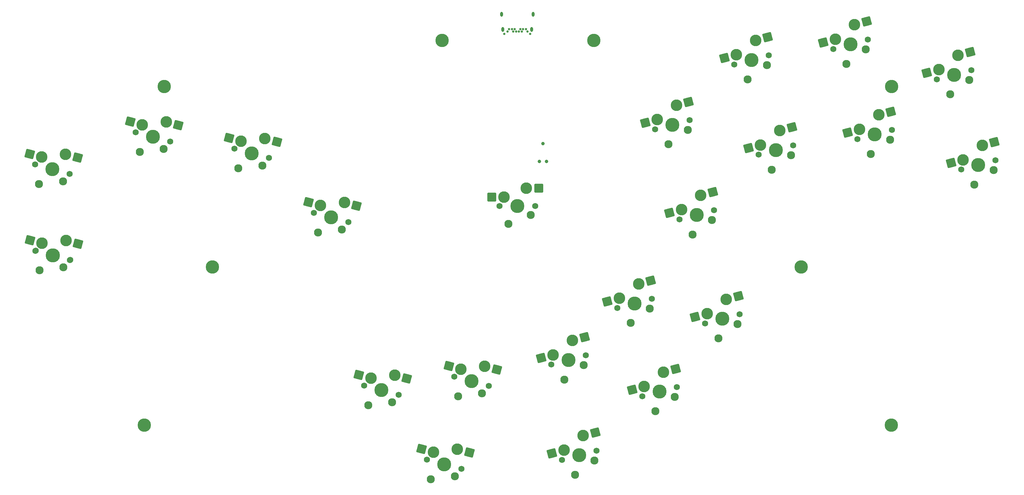
<source format=gbs>
G04 #@! TF.GenerationSoftware,KiCad,Pcbnew,(7.0.0)*
G04 #@! TF.CreationDate,2023-05-22T16:41:53-07:00*
G04 #@! TF.ProjectId,OpenRectangle,4f70656e-5265-4637-9461-6e676c652e6b,rev?*
G04 #@! TF.SameCoordinates,Original*
G04 #@! TF.FileFunction,Soldermask,Bot*
G04 #@! TF.FilePolarity,Negative*
%FSLAX46Y46*%
G04 Gerber Fmt 4.6, Leading zero omitted, Abs format (unit mm)*
G04 Created by KiCad (PCBNEW (7.0.0)) date 2023-05-22 16:41:53*
%MOMM*%
%LPD*%
G01*
G04 APERTURE LIST*
G04 Aperture macros list*
%AMRoundRect*
0 Rectangle with rounded corners*
0 $1 Rounding radius*
0 $2 $3 $4 $5 $6 $7 $8 $9 X,Y pos of 4 corners*
0 Add a 4 corners polygon primitive as box body*
4,1,4,$2,$3,$4,$5,$6,$7,$8,$9,$2,$3,0*
0 Add four circle primitives for the rounded corners*
1,1,$1+$1,$2,$3*
1,1,$1+$1,$4,$5*
1,1,$1+$1,$6,$7*
1,1,$1+$1,$8,$9*
0 Add four rect primitives between the rounded corners*
20,1,$1+$1,$2,$3,$4,$5,0*
20,1,$1+$1,$4,$5,$6,$7,0*
20,1,$1+$1,$6,$7,$8,$9,0*
20,1,$1+$1,$8,$9,$2,$3,0*%
G04 Aperture macros list end*
%ADD10C,3.800000*%
%ADD11C,1.750000*%
%ADD12C,3.987800*%
%ADD13C,2.300000*%
%ADD14C,0.990600*%
%ADD15C,0.650000*%
%ADD16O,0.800000X1.400000*%
%ADD17C,3.300000*%
%ADD18RoundRect,0.250000X1.248893X0.700636X-0.731255X1.231215X-1.248893X-0.700636X0.731255X-1.231215X0*%
%ADD19RoundRect,0.250000X0.731255X1.231215X-1.248893X0.700636X-0.731255X-1.231215X1.248893X-0.700636X0*%
%ADD20RoundRect,0.250000X1.025000X1.000000X-1.025000X1.000000X-1.025000X-1.000000X1.025000X-1.000000X0*%
G04 APERTURE END LIST*
D10*
X279275000Y-98760000D03*
X305060000Y-47313383D03*
D11*
X327742471Y-42697106D03*
D12*
X322835568Y-44011907D03*
D11*
X317928665Y-45326708D03*
D13*
X327173146Y-45479258D03*
X321696917Y-49576211D03*
D11*
X254489870Y-82578572D03*
D12*
X249582967Y-83893373D03*
D11*
X244676064Y-85208174D03*
D13*
X253920545Y-85360724D03*
X248444316Y-89457677D03*
D11*
X305158570Y-59663744D03*
D12*
X300251667Y-60978545D03*
D11*
X295344764Y-62293346D03*
D13*
X304589245Y-62445896D03*
X299113016Y-66542849D03*
D11*
X261782026Y-112162746D03*
D12*
X256875123Y-113477547D03*
D11*
X251968220Y-114792348D03*
D13*
X261212701Y-114944898D03*
X255736472Y-119041851D03*
D10*
X111765000Y-98760000D03*
D11*
X127836345Y-67688339D03*
D12*
X122929442Y-66373538D03*
D11*
X118022539Y-65058737D03*
D13*
X125952219Y-69813090D03*
X119161190Y-70623041D03*
D11*
X182618206Y-156222187D03*
D12*
X177711303Y-154907386D03*
D11*
X172804400Y-153592585D03*
D13*
X180734080Y-158346938D03*
X173943051Y-159156889D03*
D11*
X71102880Y-72186923D03*
D12*
X66195977Y-70872122D03*
D11*
X61289074Y-69557321D03*
D13*
X69218754Y-74311674D03*
X62427725Y-75121625D03*
D11*
X298262576Y-33994532D03*
D12*
X293355673Y-35309333D03*
D11*
X288448770Y-36624134D03*
D13*
X297693251Y-36776684D03*
X292217022Y-40873637D03*
D11*
X276999756Y-64128928D03*
D12*
X272092853Y-65443729D03*
D11*
X267185950Y-66758530D03*
D13*
X276430431Y-66911080D03*
X270954202Y-71008033D03*
D11*
X217983085Y-123898637D03*
D12*
X213076182Y-125213438D03*
D11*
X208169279Y-126528239D03*
D13*
X217413760Y-126680789D03*
X211937531Y-130777742D03*
D10*
X92395000Y-143800000D03*
D11*
X190380000Y-132580000D03*
D12*
X185473097Y-131265199D03*
D11*
X180566194Y-129950398D03*
D13*
X188495874Y-134704751D03*
X181704845Y-135514702D03*
D11*
X203658500Y-81326866D03*
D12*
X198578500Y-81326866D03*
D11*
X193498500Y-81326866D03*
D13*
X202388500Y-83866866D03*
X196038500Y-86406866D03*
D11*
X71246229Y-96716953D03*
D12*
X66339326Y-95402152D03*
D11*
X61432423Y-94087351D03*
D13*
X69362103Y-98841704D03*
X62571074Y-99651655D03*
D11*
X247594135Y-56910326D03*
D12*
X242687232Y-58225127D03*
D11*
X237780329Y-59539928D03*
D13*
X247024810Y-59692478D03*
X241548581Y-63789431D03*
D11*
X236815468Y-107794159D03*
D12*
X231908565Y-109108960D03*
D11*
X227001662Y-110423761D03*
D13*
X236246143Y-110576311D03*
X230769914Y-114673264D03*
D11*
X164784598Y-135118417D03*
D12*
X159877695Y-133803616D03*
D11*
X154970792Y-132488815D03*
D13*
X162900472Y-137243168D03*
X156109443Y-138053119D03*
D11*
X150458438Y-85927864D03*
D12*
X145551535Y-84613063D03*
D11*
X140644632Y-83298262D03*
D13*
X148574312Y-88052615D03*
X141783283Y-88862566D03*
D10*
X98000000Y-47313383D03*
D11*
X270103762Y-38459716D03*
D12*
X265196859Y-39774517D03*
D11*
X260289956Y-41089318D03*
D13*
X269534437Y-41241868D03*
X264058208Y-45338821D03*
D11*
X99741012Y-62982380D03*
D12*
X94834109Y-61667579D03*
D11*
X89927206Y-60352778D03*
D13*
X97856886Y-65107131D03*
X91065857Y-65917082D03*
D14*
X205850000Y-63580000D03*
X206866000Y-68660000D03*
X204834000Y-68660000D03*
D10*
X304995000Y-143800000D03*
D11*
X221054357Y-151021034D03*
D12*
X216147454Y-152335835D03*
D11*
X211240551Y-153650636D03*
D13*
X220485032Y-153803186D03*
X215008803Y-157900139D03*
D11*
X243886740Y-132916556D03*
D12*
X238979837Y-134231357D03*
D11*
X234072934Y-135546158D03*
D13*
X243317415Y-135698708D03*
X237841186Y-139795661D03*
D10*
X220290000Y-34240000D03*
X177100000Y-34240000D03*
D11*
X334638465Y-68366318D03*
D12*
X329731562Y-69681119D03*
D11*
X324824659Y-70995920D03*
D13*
X334069140Y-71148470D03*
X328592911Y-75245423D03*
D15*
X202178500Y-32360000D03*
X194828500Y-32360000D03*
X195778500Y-31710000D03*
X196178500Y-31010000D03*
X196978500Y-31010000D03*
X197378500Y-31710000D03*
X197778500Y-31010000D03*
X198178500Y-31710000D03*
X198978500Y-31710000D03*
X199378500Y-31010000D03*
X199778500Y-31710000D03*
X200178500Y-31010000D03*
X200978500Y-31010000D03*
X201378500Y-31710000D03*
D16*
X203068499Y-26719999D03*
X202633499Y-31109999D03*
X194373499Y-31109999D03*
X194088499Y-26719999D03*
D11*
X71102880Y-72186923D03*
D12*
X66195977Y-70872122D03*
D11*
X61289074Y-69557321D03*
D17*
X63173200Y-67432570D03*
D18*
X59744163Y-66513762D03*
X73393266Y-67541427D03*
D17*
X69964229Y-66622619D03*
D11*
X247594135Y-56910326D03*
D12*
X242687232Y-58225127D03*
D11*
X237780329Y-59539928D03*
D17*
X238349654Y-56757776D03*
D19*
X234920618Y-57676584D03*
X247254920Y-51742016D03*
D17*
X243825883Y-52660823D03*
D11*
X254489870Y-82578572D03*
D12*
X249582967Y-83893373D03*
D11*
X244676064Y-85208174D03*
D17*
X245245389Y-82426022D03*
D19*
X241816353Y-83344830D03*
X254150655Y-77410262D03*
D17*
X250721618Y-78329069D03*
D11*
X203658500Y-81326866D03*
D12*
X198578500Y-81326866D03*
D11*
X193498500Y-81326866D03*
D17*
X194768500Y-78786866D03*
D20*
X191218500Y-78786866D03*
X204668500Y-76246866D03*
D17*
X201118500Y-76246866D03*
D11*
X217983085Y-123898637D03*
D12*
X213076182Y-125213438D03*
D11*
X208169279Y-126528239D03*
D17*
X208738604Y-123746087D03*
D19*
X205309568Y-124664895D03*
X217643870Y-118730327D03*
D17*
X214214833Y-119649134D03*
D11*
X99741012Y-62982380D03*
D12*
X94834109Y-61667579D03*
D11*
X89927206Y-60352778D03*
D17*
X91811332Y-58228027D03*
D18*
X88382295Y-57309219D03*
X102031398Y-58336884D03*
D17*
X98602361Y-57418076D03*
D11*
X261782026Y-112162746D03*
D12*
X256875123Y-113477547D03*
D11*
X251968220Y-114792348D03*
D17*
X252537545Y-112010196D03*
D19*
X249108509Y-112929004D03*
X261442811Y-106994436D03*
D17*
X258013774Y-107913243D03*
D11*
X150458438Y-85927864D03*
D12*
X145551535Y-84613063D03*
D11*
X140644632Y-83298262D03*
D17*
X142528758Y-81173511D03*
D18*
X139099721Y-80254703D03*
X152748824Y-81282368D03*
D17*
X149319787Y-80363560D03*
D11*
X71208651Y-96744304D03*
D12*
X66301748Y-95429503D03*
D11*
X61394845Y-94114702D03*
D17*
X63278971Y-91989951D03*
D18*
X59849934Y-91071143D03*
X73499037Y-92098808D03*
D17*
X70070000Y-91180000D03*
D11*
X270103762Y-38459716D03*
D12*
X265196859Y-39774517D03*
D11*
X260289956Y-41089318D03*
D17*
X260859281Y-38307166D03*
D19*
X257430245Y-39225974D03*
X269764547Y-33291406D03*
D17*
X266335510Y-34210213D03*
D11*
X127836345Y-67688339D03*
D12*
X122929442Y-66373538D03*
D11*
X118022539Y-65058737D03*
D17*
X119906665Y-62933986D03*
D18*
X116477628Y-62015178D03*
X130126731Y-63042843D03*
D17*
X126697694Y-62124035D03*
D11*
X221054357Y-151021034D03*
D12*
X216147454Y-152335835D03*
D11*
X211240551Y-153650636D03*
D17*
X211809876Y-150868484D03*
D19*
X208380840Y-151787292D03*
X220715142Y-145852724D03*
D17*
X217286105Y-146771531D03*
D11*
X182618206Y-156222187D03*
D12*
X177711303Y-154907386D03*
D11*
X172804400Y-153592585D03*
D17*
X174688526Y-151467834D03*
D18*
X171259489Y-150549026D03*
X184908592Y-151576691D03*
D17*
X181479555Y-150657883D03*
D11*
X164784598Y-135118417D03*
D12*
X159877695Y-133803616D03*
D11*
X154970792Y-132488815D03*
D17*
X156854918Y-130364064D03*
D18*
X153425881Y-129445256D03*
X167074984Y-130472921D03*
D17*
X163645947Y-129554113D03*
D11*
X305158570Y-59663744D03*
D12*
X300251667Y-60978545D03*
D11*
X295344764Y-62293346D03*
D17*
X295914089Y-59511194D03*
D19*
X292485053Y-60430002D03*
X304819355Y-54495434D03*
D17*
X301390318Y-55414241D03*
D11*
X327742471Y-42697106D03*
D12*
X322835568Y-44011907D03*
D11*
X317928665Y-45326708D03*
D17*
X318497990Y-42544556D03*
D19*
X315068954Y-43463364D03*
X327403256Y-37528796D03*
D17*
X323974219Y-38447603D03*
D11*
X243886740Y-132916556D03*
D12*
X238979837Y-134231357D03*
D11*
X234072934Y-135546158D03*
D17*
X234642259Y-132764006D03*
D19*
X231213223Y-133682814D03*
X243547525Y-127748246D03*
D17*
X240118488Y-128667053D03*
D11*
X276999756Y-64128928D03*
D12*
X272092853Y-65443729D03*
D11*
X267185950Y-66758530D03*
D17*
X267755275Y-63976378D03*
D19*
X264326239Y-64895186D03*
X276660541Y-58960618D03*
D17*
X273231504Y-59879425D03*
D11*
X334638465Y-68366318D03*
D12*
X329731562Y-69681119D03*
D11*
X324824659Y-70995920D03*
D17*
X325393984Y-68213768D03*
D19*
X321964948Y-69132576D03*
X334299250Y-63198008D03*
D17*
X330870213Y-64116815D03*
D11*
X298262576Y-33994532D03*
D12*
X293355673Y-35309333D03*
D11*
X288448770Y-36624134D03*
D17*
X289018095Y-33841982D03*
D19*
X285589059Y-34760790D03*
X297923361Y-28826222D03*
D17*
X294494324Y-29745029D03*
D11*
X190385554Y-132579105D03*
D12*
X185478651Y-131264304D03*
D11*
X180571748Y-129949503D03*
D17*
X182455874Y-127824752D03*
D18*
X179026837Y-126905944D03*
X192675940Y-127933609D03*
D17*
X189246903Y-127014801D03*
D11*
X236815468Y-107794159D03*
D12*
X231908565Y-109108960D03*
D11*
X227001662Y-110423761D03*
D17*
X227570987Y-107641609D03*
D19*
X224141951Y-108560417D03*
X236476253Y-102625849D03*
D17*
X233047216Y-103544656D03*
M02*

</source>
